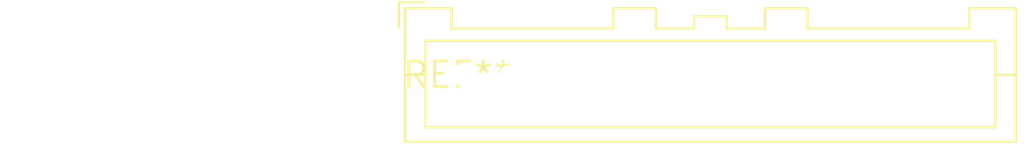
<source format=kicad_pcb>
(kicad_pcb (version 20240108) (generator pcbnew)
  (layers (0 "F.Cu" signal) (31 "B.Cu" signal) (34 "B.Paste" user) (35 "F.Paste" user) (36 "B.SilkS" user "B.Silkscreen") (37 "F.SilkS" user "F.Silkscreen") (38 "B.Mask" user) (39 "F.Mask" user) (44 "Edge.Cuts" user))
  (net 0 "")
  (footprint "JST_XA_B11B-XASK-1_1x11_P2.50mm_Vertical" (layer "F.Cu") (at 0 0)
    (property "Reference" "REF**")
    (property "Value" "JST_XA_B11B-XASK-1_1x11_P2.50mm_Vertical")
    (fp_line (start -2.91 -3.61) (end -2.91 -2.36) (layer "F.SilkS") (stroke (width 0.12)))
    (fp_line (start -2.61 -3.31) (end -2.61 3.31) (layer "F.SilkS") (stroke (width 0.12)))
    (fp_line (start -2.61 0) (end -1.6 0) (layer "F.SilkS") (stroke (width 0.12)))
    (fp_line (start -2.61 3.31) (end 27.61 3.31) (layer "F.SilkS") (stroke (width 0.12)))
    (fp_line (start -1.66 -3.61) (end -2.91 -3.61) (layer "F.SilkS") (stroke (width 0.12)))
    (fp_line (start -1.6 -1.7) (end -1.6 2.6) (layer "F.SilkS") (stroke (width 0.12)))
    (fp_line (start -1.6 2.6) (end 26.6 2.6) (layer "F.SilkS") (stroke (width 0.12)))
    (fp_line (start -0.31 -3.31) (end -2.61 -3.31) (layer "F.SilkS") (stroke (width 0.12)))
    (fp_line (start -0.31 -2.31) (end -0.31 -3.31) (layer "F.SilkS") (stroke (width 0.12)))
    (fp_line (start 7.7 -3.31) (end 7.7 -2.31) (layer "F.SilkS") (stroke (width 0.12)))
    (fp_line (start 7.7 -2.31) (end -0.31 -2.31) (layer "F.SilkS") (stroke (width 0.12)))
    (fp_line (start 9.8 -3.31) (end 7.7 -3.31) (layer "F.SilkS") (stroke (width 0.12)))
    (fp_line (start 9.8 -2.31) (end 9.8 -3.31) (layer "F.SilkS") (stroke (width 0.12)))
    (fp_line (start 11.7 -2.91) (end 11.7 -2.31) (layer "F.SilkS") (stroke (width 0.12)))
    (fp_line (start 11.7 -2.31) (end 9.8 -2.31) (layer "F.SilkS") (stroke (width 0.12)))
    (fp_line (start 13.3 -2.91) (end 11.7 -2.91) (layer "F.SilkS") (stroke (width 0.12)))
    (fp_line (start 13.3 -2.31) (end 13.3 -2.91) (layer "F.SilkS") (stroke (width 0.12)))
    (fp_line (start 15.2 -3.31) (end 15.2 -2.31) (layer "F.SilkS") (stroke (width 0.12)))
    (fp_line (start 15.2 -2.31) (end 13.3 -2.31) (layer "F.SilkS") (stroke (width 0.12)))
    (fp_line (start 17.3 -3.31) (end 15.2 -3.31) (layer "F.SilkS") (stroke (width 0.12)))
    (fp_line (start 17.3 -2.31) (end 17.3 -3.31) (layer "F.SilkS") (stroke (width 0.12)))
    (fp_line (start 25.31 -3.31) (end 25.31 -2.31) (layer "F.SilkS") (stroke (width 0.12)))
    (fp_line (start 25.31 -2.31) (end 17.3 -2.31) (layer "F.SilkS") (stroke (width 0.12)))
    (fp_line (start 26.6 -1.7) (end -1.6 -1.7) (layer "F.SilkS") (stroke (width 0.12)))
    (fp_line (start 26.6 2.6) (end 26.6 -1.7) (layer "F.SilkS") (stroke (width 0.12)))
    (fp_line (start 27.61 -3.31) (end 25.31 -3.31) (layer "F.SilkS") (stroke (width 0.12)))
    (fp_line (start 27.61 0) (end 26.6 0) (layer "F.SilkS") (stroke (width 0.12)))
    (fp_line (start 27.61 3.31) (end 27.61 -3.31) (layer "F.SilkS") (stroke (width 0.12)))
    (pad "1" thru_hole roundrect (at 0 0) (size 1.7 1.95) (drill 0.95) (layers *.Cu *.Mask) (remove_unused_layers) (roundrect_rratio 0.147059))
    (pad "2" thru_hole oval (at 2.5 0) (size 1.7 1.95) (drill 0.95) (layers *.Cu *.Mask) (remove_unused_layers))
    (pad "3" thru_hole oval (at 5 0) (size 1.7 1.95) (drill 0.95) (layers *.Cu *.Mask) (remove_unused_layers))
    (pad "4" thru_hole oval (at 7.5 0) (size 1.7 1.95) (drill 0.95) (layers *.Cu *.Mask) (remove_unused_layers))
    (pad "5" thru_hole oval (at 10 0) (size 1.7 1.95) (drill 0.95) (layers *.Cu *.Mask) (remove_unused_layers))
    (pad "6" thru_hole oval (at 12.5 0) (size 1.7 1.95) (drill 0.95) (layers *.Cu *.Mask) (remove_unused_layers))
    (pad "7" thru_hole oval (at 15 0) (size 1.7 1.95) (drill 0.95) (layers *.Cu *.Mask) (remove_unused_layers))
    (pad "8" thru_hole oval (at 17.5 0) (size 1.7 1.95) (drill 0.95) (layers *.Cu *.Mask) (remove_unused_layers))
    (pad "9" thru_hole oval (at 20 0) (size 1.7 1.95) (drill 0.95) (layers *.Cu *.Mask) (remove_unused_layers))
    (pad "10" thru_hole oval (at 22.5 0) (size 1.7 1.95) (drill 0.95) (layers *.Cu *.Mask) (remove_unused_layers))
    (pad "11" thru_hole oval (at 25 0) (size 1.7 1.95) (drill 0.95) (layers *.Cu *.Mask) (remove_unused_layers))
  )
)
</source>
